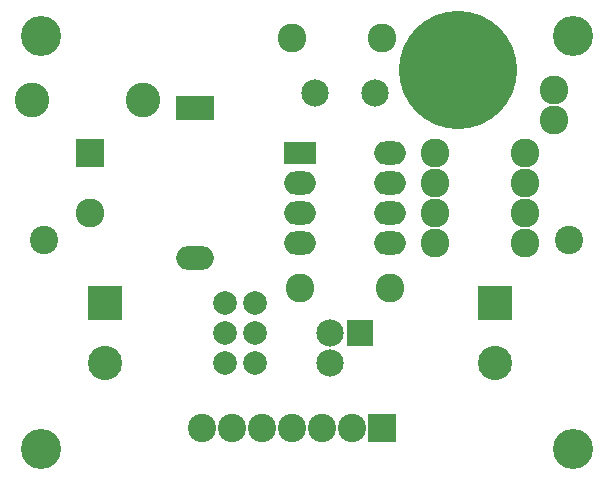
<source format=gbr>
G04 #@! TF.FileFunction,Soldermask,Top*
%FSLAX46Y46*%
G04 Gerber Fmt 4.6, Leading zero omitted, Abs format (unit mm)*
G04 Created by KiCad (PCBNEW 4.0.4-stable) date 08/18/17 17:17:01*
%MOMM*%
%LPD*%
G01*
G04 APERTURE LIST*
%ADD10C,0.500000*%
%ADD11C,2.940000*%
%ADD12C,2.432000*%
%ADD13R,3.200000X2.000000*%
%ADD14O,3.200000X2.000000*%
%ADD15C,2.305000*%
%ADD16R,2.686000X1.974800*%
%ADD17O,2.686000X1.974800*%
%ADD18R,2.305000X2.305000*%
%ADD19R,2.899360X2.899360*%
%ADD20C,2.899360*%
%ADD21R,2.432000X2.432000*%
%ADD22C,10.010000*%
%ADD23R,2.398980X2.398980*%
%ADD24C,2.398980*%
%ADD25C,3.400000*%
%ADD26C,2.000200*%
%ADD27C,2.400000*%
G04 APERTURE END LIST*
D10*
D11*
X10875000Y32813000D03*
X1477000Y32813000D03*
D12*
X35640000Y28368000D03*
X43260000Y28368000D03*
X43260000Y25828000D03*
X35640000Y25828000D03*
D13*
X15320000Y32178000D03*
D14*
X15320000Y19478000D03*
D15*
X30560000Y33448000D03*
X25480000Y33448000D03*
D16*
X24210000Y28368000D03*
D17*
X24210000Y25828000D03*
X24210000Y23288000D03*
X24210000Y20748000D03*
X31830000Y20748000D03*
X31830000Y23288000D03*
X31830000Y25828000D03*
X31830000Y28368000D03*
D18*
X29290000Y13128000D03*
D15*
X26750000Y13128000D03*
X26750000Y10588000D03*
D12*
X43260000Y23288000D03*
X35640000Y23288000D03*
D19*
X7700000Y15668000D03*
D20*
X7700000Y10588000D03*
D21*
X6430000Y28368000D03*
D12*
X6430000Y23288000D03*
D19*
X40720000Y15668000D03*
D20*
X40720000Y10588000D03*
D22*
X37545000Y35353000D03*
D12*
X35640000Y20748000D03*
X43260000Y20748000D03*
X24210000Y16938000D03*
X31830000Y16938000D03*
D23*
X31115000Y5080000D03*
D24*
X28575000Y5080000D03*
X26035000Y5080000D03*
X23495000Y5080000D03*
X20955000Y5080000D03*
X18415000Y5080000D03*
X15875000Y5080000D03*
D25*
X47260000Y38258000D03*
X2260000Y38258000D03*
X47260000Y3258000D03*
X2260000Y3258000D03*
D12*
X23495000Y38100000D03*
X31115000Y38100000D03*
X45720000Y33655000D03*
X45720000Y31115000D03*
D26*
X17860000Y10588000D03*
X20400000Y10588000D03*
X17860000Y13128000D03*
X20400000Y13128000D03*
X17860000Y15668000D03*
X20400000Y15668000D03*
D27*
X46990000Y20955000D03*
X2540000Y20955000D03*
M02*

</source>
